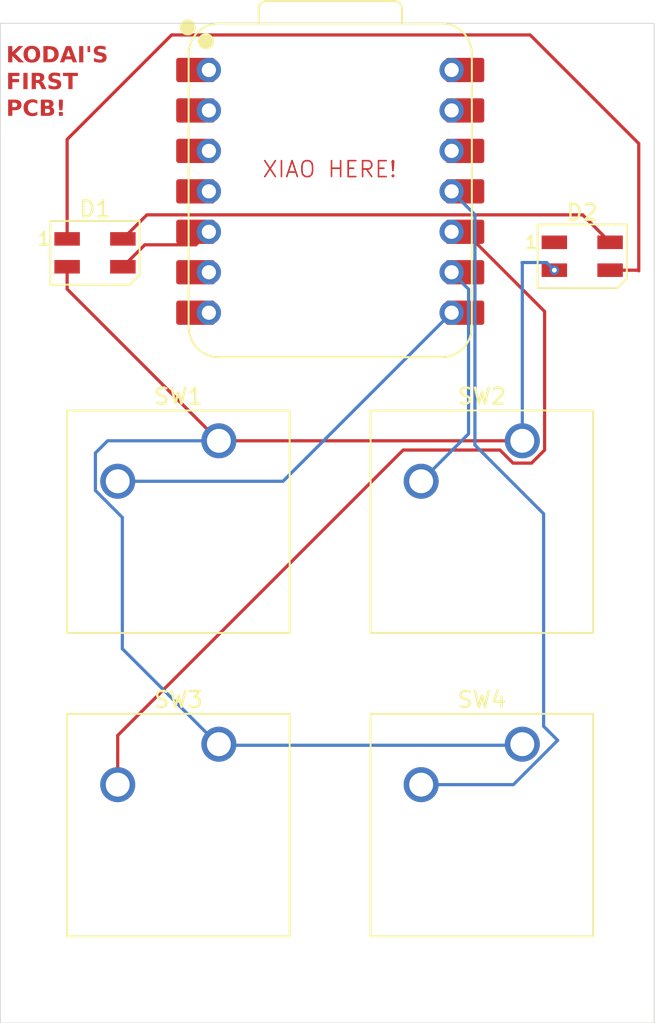
<source format=kicad_pcb>
(kicad_pcb (version 20241229) (generator "pcbnew") (generator_version "9.0")
  (layers (0 "F.Cu" signal) (2 "B.Cu" signal) (13 "F.Paste" user) (15 "B.Paste" user) (5 "F.SilkS" user "F.Silkscreen") (7 "B.SilkS" user "B.Silkscreen") (1 "F.Mask" user) (3 "B.Mask" user) (25 "Edge.Cuts" user))
  (net 0 "")
  (net 1 "+5V")
  (net 2 "Net-(D1-DIN)")
  (net 3 "GND")
  (net 4 "Net-(D1-DOUT)")
  (net 6 "Net-(U2-GPIO1{slash}RX)")
  (net 7 "Net-(U2-GPIO2{slash}SCK)")
  (net 8 "Net-(U2-GPIO4{slash}MISO)")
  (net 9 "Net-(U2-GPIO3{slash}MOSI)")
  (footprint "Button_Switch_Keyboard:SW_Cherry_MX_1.00u_PCB" (layer "F.Cu") (at 93.0275 59.21375)
    (property "Reference" "SW1" (at -2.54 -2.794 0) (layer "F.SilkS"))
    (property "Value" "SW_Push")
    (fp_line (start -9.525 -1.905) (end 4.445 -1.905) (stroke (width 0.12)) (layer "F.SilkS"))
    (fp_line (start -9.525 12.065) (end -9.525 -1.905) (stroke (width 0.12)) (layer "F.SilkS"))
    (fp_line (start 4.445 -1.905) (end 4.445 12.065) (stroke (width 0.12)) (layer "F.SilkS"))
    (fp_line (start 4.445 12.065) (end -9.525 12.065) (stroke (width 0.12)) (layer "F.SilkS"))
    (pad "" np_thru_hole circle (at -7.62 5.08) (size 1.7 1.7) (drill 1.7) (layers "*.Cu" "*.Mask"))
    (pad "" np_thru_hole circle (at -2.54 5.08) (size 4 4) (drill 4) (layers "*.Cu" "*.Mask"))
    (pad "" np_thru_hole circle (at 2.54 5.08) (size 1.7 1.7) (drill 1.7) (layers "*.Cu" "*.Mask"))
    (pad "1" thru_hole circle (at 0 0) (size 2.2 2.2) (drill 1.5) (layers "*.Cu" "*.Mask") (net 3 "GND"))
    (pad "2" thru_hole circle (at -6.35 2.54) (size 2.2 2.2) (drill 1.5) (layers "*.Cu" "*.Mask") (net 6 "Net-(U2-GPIO1{slash}RX)"))
  )
  (footprint "LED_SMD:LED_SK6812MINI_PLCC4_3.5x3.5mm_P1.75mm" (layer "F.Cu") (at 115.84 47.625)
    (property "Reference" "D2" (at 0 -2.75 0) (layer "F.SilkS"))
    (property "Value" "SK6812MINI")
    (fp_line (start -2.8 -2) (end -2.8 2) (stroke (width 0.12)) (layer "F.SilkS"))
    (fp_line (start -2.8 -2) (end 2.8 -2) (stroke (width 0.12)) (layer "F.SilkS"))
    (fp_line (start -2.8 2) (end 2.2 2) (stroke (width 0.12)) (layer "F.SilkS"))
    (fp_line (start 2.8 1.4) (end 2.2 2) (stroke (width 0.12)) (layer "F.SilkS"))
    (fp_line (start 2.8 1.4) (end 2.8 -2) (stroke (width 0.12)) (layer "F.SilkS"))
    (fp_text user "1" (at -3.2 -0.875 0) (layer "F.SilkS") (effects (font (size 0.8 0.8))))
    (pad "1" smd rect (at -1.75 -0.875) (size 1.6 0.85) (layers "F.Cu" "F.Mask" "F.Paste"))
    (pad "2" smd rect (at -1.75 0.875) (size 1.6 0.85) (layers "F.Cu" "F.Mask" "F.Paste") (net 3 "GND"))
    (pad "3" smd rect (at 1.75 0.875) (size 1.6 0.85) (layers "F.Cu" "F.Mask" "F.Paste") (net 4 "Net-(D1-DOUT)"))
    (pad "4" smd rect (at 1.75 -0.875) (size 1.6 0.85) (layers "F.Cu" "F.Mask" "F.Paste") (net 1 "+5V"))
  )
  (footprint "LED_SMD:LED_SK6812MINI_PLCC4_3.5x3.5mm_P1.75mm" (layer "F.Cu") (at 85.25 47.41)
    (property "Reference" "D1" (at 0 -2.75 0) (layer "F.SilkS"))
    (property "Value" "SK6812MINI")
    (fp_line (start -2.8 -2) (end -2.8 2) (stroke (width 0.12)) (layer "F.SilkS"))
    (fp_line (start -2.8 -2) (end 2.8 -2) (stroke (width 0.12)) (layer "F.SilkS"))
    (fp_line (start -2.8 2) (end 2.2 2) (stroke (width 0.12)) (layer "F.SilkS"))
    (fp_line (start 2.8 1.4) (end 2.2 2) (stroke (width 0.12)) (layer "F.SilkS"))
    (fp_line (start 2.8 1.4) (end 2.8 -2) (stroke (width 0.12)) (layer "F.SilkS"))
    (fp_text user "1" (at -3.2 -0.875 0) (layer "F.SilkS") (effects (font (size 0.8 0.8))))
    (pad "1" smd rect (at -1.75 -0.875) (size 1.6 0.85) (layers "F.Cu" "F.Mask" "F.Paste") (net 4 "Net-(D1-DOUT)"))
    (pad "2" smd rect (at -1.75 0.875) (size 1.6 0.85) (layers "F.Cu" "F.Mask" "F.Paste") (net 3 "GND"))
    (pad "3" smd rect (at 1.75 0.875) (size 1.6 0.85) (layers "F.Cu" "F.Mask" "F.Paste") (net 2 "Net-(D1-DIN)"))
    (pad "4" smd rect (at 1.75 -0.875) (size 1.6 0.85) (layers "F.Cu" "F.Mask" "F.Paste") (net 1 "+5V"))
  )
  (footprint "OPL Footprint Library:XIAO-RP2040-DIP" (layer "F.Cu") (at 100.02 43.55)
    (property "Reference" "U2" (hide yes))
    (property "Value" "XIAO-RP2040-DIP")
    (fp_line (start -8.89 8.509) (end -8.89 -8.636) (stroke (width 0.127)) (layer "F.SilkS"))
    (fp_line (start -6.985 10.414) (end 6.985 10.414) (stroke (width 0.127)) (layer "F.SilkS"))
    (fp_line (start -4.495 -10.541) (end -4.491272 -11.451272) (stroke (width 0.127)) (layer "F.SilkS"))
    (fp_line (start -3.991272 -11.951) (end 4.004 -11.951) (stroke (width 0.127)) (layer "F.SilkS"))
    (fp_line (start 4.504 -11.451) (end 4.504 -10.541) (stroke (width 0.127)) (layer "F.SilkS"))
    (fp_line (start 6.985 -10.541) (end -6.985 -10.541) (stroke (width 0.1)) (layer "F.SilkS"))
    (fp_line (start 6.985 -10.541) (end -6.985 -10.541) (stroke (width 0.127)) (layer "F.SilkS"))
    (fp_line (start 8.89 8.509) (end 8.89 -8.636) (stroke (width 0.127)) (layer "F.SilkS"))
    (fp_arc (start -8.89 -8.636) (mid -8.332038 -9.983038) (end -6.985 -10.541) (stroke (width 0.127)) (layer "F.SilkS"))
    (fp_arc (start -6.985 10.414) (mid -8.332038 9.856038) (end -8.89 8.509) (stroke (width 0.127)) (layer "F.SilkS"))
    (fp_arc (start -4.491272 -11.451272) (mid -4.344728 -11.80464) (end -3.991272 -11.951) (stroke (width 0.127)) (layer "F.SilkS"))
    (fp_arc (start 4.004 -11.951) (mid 4.357553 -11.804553) (end 4.504 -11.451) (stroke (width 0.127)) (layer "F.SilkS"))
    (fp_arc (start 6.985 -10.541) (mid 8.332038 -9.983038) (end 8.89 -8.636) (stroke (width 0.127)) (layer "F.SilkS"))
    (fp_arc (start 8.89 8.509) (mid 8.332038 9.856038) (end 6.985 10.414) (stroke (width 0.127)) (layer "F.SilkS"))
    (fp_circle (center -8.95 -10.3) (end -8.95 -10.554) (stroke (width 0.5)) (fill yes) (layer "F.SilkS"))
    (fp_circle (center -7.807 -9.42) (end -7.807 -9.674) (stroke (width 0.5)) (fill yes) (layer "F.SilkS"))
    (pad "1" smd roundrect (at -8.455 -7.62 180) (size 2.432 1.524) (layers "F.Cu" "F.Mask") (roundrect_rratio 0.1))
    (pad "1" thru_hole circle (at -7.62 -7.62 180) (size 1.524 1.524) (drill 0.889) (layers "*.Cu" "*.Mask"))
    (pad "2" smd roundrect (at -8.455 -5.08 180) (size 2.432 1.524) (layers "F.Cu" "F.Mask") (roundrect_rratio 0.1))
    (pad "2" thru_hole circle (at -7.62 -5.08 180) (size 1.524 1.524) (drill 0.889) (layers "*.Cu" "*.Mask"))
    (pad "3" smd roundrect (at -8.455 -2.54 180) (size 2.432 1.524) (layers "F.Cu" "F.Mask") (roundrect_rratio 0.1))
    (pad "3" thru_hole circle (at -7.62 -2.54 180) (size 1.524 1.524) (drill 0.889) (layers "*.Cu" "*.Mask"))
    (pad "4" smd roundrect (at -8.455 0 180) (size 2.432 1.524) (layers "F.Cu" "F.Mask") (roundrect_rratio 0.1))
    (pad "4" thru_hole circle (at -7.62 0 180) (size 1.524 1.524) (drill 0.889) (layers "*.Cu" "*.Mask"))
    (pad "5" smd roundrect (at -8.455 2.54 180) (size 2.432 1.524) (layers "F.Cu" "F.Mask") (roundrect_rratio 0.1) (net 2 "Net-(D1-DIN)"))
    (pad "5" thru_hole circle (at -7.62 2.54 180) (size 1.524 1.524) (drill 0.889) (layers "*.Cu" "*.Mask") (net 2 "Net-(D1-DIN)"))
    (pad "6" smd roundrect (at -8.455 5.08 180) (size 2.432 1.524) (layers "F.Cu" "F.Mask") (roundrect_rratio 0.1))
    (pad "6" thru_hole circle (at -7.62 5.08 180) (size 1.524 1.524) (drill 0.889) (layers "*.Cu" "*.Mask"))
    (pad "7" smd roundrect (at -8.455 7.62 180) (size 2.432 1.524) (layers "F.Cu" "F.Mask") (roundrect_rratio 0.1))
    (pad "7" thru_hole circle (at -7.62 7.62 180) (size 1.524 1.524) (drill 0.889) (layers "*.Cu" "*.Mask"))
    (pad "8" thru_hole circle (at 7.62 7.62) (size 1.524 1.524) (drill 0.889) (layers "*.Cu" "*.Mask") (net 6 "Net-(U2-GPIO1{slash}RX)"))
    (pad "8" smd roundrect (at 8.455 7.62) (size 2.432 1.524) (layers "F.Cu" "F.Mask") (roundrect_rratio 0.1) (net 6 "Net-(U2-GPIO1{slash}RX)"))
    (pad "9" thru_hole circle (at 7.62 5.08) (size 1.524 1.524) (drill 0.889) (layers "*.Cu" "*.Mask") (net 7 "Net-(U2-GPIO2{slash}SCK)"))
    (pad "9" smd roundrect (at 8.455 5.08) (size 2.432 1.524) (layers "F.Cu" "F.Mask") (roundrect_rratio 0.1) (net 7 "Net-(U2-GPIO2{slash}SCK)"))
    (pad "10" thru_hole circle (at 7.62 2.54) (size 1.524 1.524) (drill 0.889) (layers "*.Cu" "*.Mask") (net 8 "Net-(U2-GPIO4{slash}MISO)"))
    (pad "10" smd roundrect (at 8.455 2.54) (size 2.432 1.524) (layers "F.Cu" "F.Mask") (roundrect_rratio 0.1) (net 8 "Net-(U2-GPIO4{slash}MISO)"))
    (pad "11" thru_hole circle (at 7.62 0) (size 1.524 1.524) (drill 0.889) (layers "*.Cu" "*.Mask") (net 9 "Net-(U2-GPIO3{slash}MOSI)"))
    (pad "11" smd roundrect (at 8.455 0) (size 2.432 1.524) (layers "F.Cu" "F.Mask") (roundrect_rratio 0.1) (net 9 "Net-(U2-GPIO3{slash}MOSI)"))
    (pad "12" thru_hole circle (at 7.62 -2.54) (size 1.524 1.524) (drill 0.889) (layers "*.Cu" "*.Mask"))
    (pad "12" smd roundrect (at 8.455 -2.54) (size 2.432 1.524) (layers "F.Cu" "F.Mask") (roundrect_rratio 0.1))
    (pad "13" thru_hole circle (at 7.62 -5.08) (size 1.524 1.524) (drill 0.889) (layers "*.Cu" "*.Mask"))
    (pad "13" smd roundrect (at 8.455 -5.08) (size 2.432 1.524) (layers "F.Cu" "F.Mask") (roundrect_rratio 0.1))
    (pad "14" thru_hole circle (at 7.62 -7.62) (size 1.524 1.524) (drill 0.889) (layers "*.Cu" "*.Mask"))
    (pad "14" smd roundrect (at 8.455 -7.62) (size 2.432 1.524) (layers "F.Cu" "F.Mask") (roundrect_rratio 0.1))
  )
  (footprint "Button_Switch_Keyboard:SW_Cherry_MX_1.00u_PCB" (layer "F.Cu") (at 112.0775 78.26375)
    (property "Reference" "SW4" (at -2.54 -2.794 0) (layer "F.SilkS"))
    (property "Value" "SW_Push")
    (fp_line (start -9.525 -1.905) (end 4.445 -1.905) (stroke (width 0.12)) (layer "F.SilkS"))
    (fp_line (start -9.525 12.065) (end -9.525 -1.905) (stroke (width 0.12)) (layer "F.SilkS"))
    (fp_line (start 4.445 -1.905) (end 4.445 12.065) (stroke (width 0.12)) (layer "F.SilkS"))
    (fp_line (start 4.445 12.065) (end -9.525 12.065) (stroke (width 0.12)) (layer "F.SilkS"))
    (pad "" np_thru_hole circle (at -7.62 5.08) (size 1.7 1.7) (drill 1.7) (layers "*.Cu" "*.Mask"))
    (pad "" np_thru_hole circle (at -2.54 5.08) (size 4 4) (drill 4) (layers "*.Cu" "*.Mask"))
    (pad "" np_thru_hole circle (at 2.54 5.08) (size 1.7 1.7) (drill 1.7) (layers "*.Cu" "*.Mask"))
    (pad "1" thru_hole circle (at 0 0) (size 2.2 2.2) (drill 1.5) (layers "*.Cu" "*.Mask") (net 3 "GND"))
    (pad "2" thru_hole circle (at -6.35 2.54) (size 2.2 2.2) (drill 1.5) (layers "*.Cu" "*.Mask") (net 9 "Net-(U2-GPIO3{slash}MOSI)"))
  )
  (footprint "Button_Switch_Keyboard:SW_Cherry_MX_1.00u_PCB" (layer "F.Cu") (at 93.0275 78.26375)
    (property "Reference" "SW3" (at -2.54 -2.794 0) (layer "F.SilkS"))
    (property "Value" "SW_Push")
    (fp_line (start -9.525 -1.905) (end 4.445 -1.905) (stroke (width 0.12)) (layer "F.SilkS"))
    (fp_line (start -9.525 12.065) (end -9.525 -1.905) (stroke (width 0.12)) (layer "F.SilkS"))
    (fp_line (start 4.445 -1.905) (end 4.445 12.065) (stroke (width 0.12)) (layer "F.SilkS"))
    (fp_line (start 4.445 12.065) (end -9.525 12.065) (stroke (width 0.12)) (layer "F.SilkS"))
    (pad "" np_thru_hole circle (at -7.62 5.08) (size 1.7 1.7) (drill 1.7) (layers "*.Cu" "*.Mask"))
    (pad "" np_thru_hole circle (at -2.54 5.08) (size 4 4) (drill 4) (layers "*.Cu" "*.Mask"))
    (pad "" np_thru_hole circle (at 2.54 5.08) (size 1.7 1.7) (drill 1.7) (layers "*.Cu" "*.Mask"))
    (pad "1" thru_hole circle (at 0 0) (size 2.2 2.2) (drill 1.5) (layers "*.Cu" "*.Mask") (net 3 "GND"))
    (pad "2" thru_hole circle (at -6.35 2.54) (size 2.2 2.2) (drill 1.5) (layers "*.Cu" "*.Mask") (net 8 "Net-(U2-GPIO4{slash}MISO)"))
  )
  (footprint "Button_Switch_Keyboard:SW_Cherry_MX_1.00u_PCB" (layer "F.Cu") (at 112.0775 59.21375)
    (property "Reference" "SW2" (at -2.54 -2.794 0) (layer "F.SilkS"))
    (property "Value" "SW_Push")
    (fp_line (start -9.525 -1.905) (end 4.445 -1.905) (stroke (width 0.12)) (layer "F.SilkS"))
    (fp_line (start -9.525 12.065) (end -9.525 -1.905) (stroke (width 0.12)) (layer "F.SilkS"))
    (fp_line (start 4.445 -1.905) (end 4.445 12.065) (stroke (width 0.12)) (layer "F.SilkS"))
    (fp_line (start 4.445 12.065) (end -9.525 12.065) (stroke (width 0.12)) (layer "F.SilkS"))
    (pad "" np_thru_hole circle (at -7.62 5.08) (size 1.7 1.7) (drill 1.7) (layers "*.Cu" "*.Mask"))
    (pad "" np_thru_hole circle (at -2.54 5.08) (size 4 4) (drill 4) (layers "*.Cu" "*.Mask"))
    (pad "" np_thru_hole circle (at 2.54 5.08) (size 1.7 1.7) (drill 1.7) (layers "*.Cu" "*.Mask"))
    (pad "1" thru_hole circle (at 0 0) (size 2.2 2.2) (drill 1.5) (layers "*.Cu" "*.Mask") (net 3 "GND"))
    (pad "2" thru_hole circle (at -6.35 2.54) (size 2.2 2.2) (drill 1.5) (layers "*.Cu" "*.Mask") (net 7 "Net-(U2-GPIO2{slash}SCK)"))
  )
  (gr_rect (start 79.31125 32.9995) (end 120.35375 95.77) (stroke (width 0.05)) (fill no) (layer "Edge.Cuts"))
  (gr_text "XIAO HERE!" (at 95.7 42.75 0) (layer "F.Cu") (effects (font (size 1 1) (thickness 0.1)) (justify left bottom)))
  (gr_text "KODAI'S\nFIRST\nPCB!" (at 79.67 38.98 0) (layer "F.Cu") (effects (font (size 1 1) (thickness 0.2) (bold yes)) (justify left bottom)))
  (segment (start 88.508 45.027) (end 115.867 45.027) (width 0.2) (layer "F.Cu") (net 1))
  (segment (start 87 46.535) (end 88.508 45.027) (width 0.2) (layer "F.Cu") (net 1))
  (segment (start 115.867 45.027) (end 117.59 46.75) (width 0.2) (layer "F.Cu") (net 1))
  (segment (start 91.5825 46.9075) (end 92.4 46.09) (width 0.2) (layer "F.Cu") (net 2))
  (segment (start 87 48.285) (end 88.3775 46.9075) (width 0.2) (layer "F.Cu") (net 2))
  (segment (start 88.3775 46.9075) (end 91.5825 46.9075) (width 0.2) (layer "F.Cu") (net 2))
  (segment (start 83.5 49.68625) (end 93.0275 59.21375) (width 0.2) (layer "F.Cu") (net 3))
  (segment (start 93.0275 59.21375) (end 112.0775 59.21375) (width 0.2) (layer "F.Cu") (net 3))
  (segment (start 83.5 48.285) (end 83.5 49.68625) (width 0.2) (layer "F.Cu") (net 3))
  (via (at 114.09 48.5) (size 0.6) (drill 0.3) (layers "F.Cu" "B.Cu") (net 3))
  (segment (start 112.01125 78.33) (end 112.0775 78.26375) (width 0.2) (layer "B.Cu") (net 3))
  (segment (start 113.61 48.02) (end 114.09 48.5) (width 0.2) (layer "B.Cu") (net 3))
  (segment (start 85.2765 59.97975) (end 86.0425 59.21375) (width 0.2) (layer "B.Cu") (net 3))
  (segment (start 93.0275 78.33) (end 112.01125 78.33) (width 0.2) (layer "B.Cu") (net 3))
  (segment (start 85.2765 62.334064) (end 85.2765 59.97975) (width 0.2) (layer "B.Cu") (net 3))
  (segment (start 93.0275 78.33) (end 86.96725 72.26975) (width 0.2) (layer "B.Cu") (net 3))
  (segment (start 86.96725 64.024814) (end 85.2765 62.334064) (width 0.2) (layer "B.Cu") (net 3))
  (segment (start 86.96725 72.26975) (end 86.96725 64.024814) (width 0.2) (layer "B.Cu") (net 3))
  (segment (start 86.0425 59.21375) (end 93.0275 59.21375) (width 0.2) (layer "B.Cu") (net 3))
  (segment (start 112.0775 59.21375) (end 112.0775 48.0375) (width 0.2) (layer "B.Cu") (net 3))
  (segment (start 112.06 48.02) (end 113.61 48.02) (width 0.2) (layer "B.Cu") (net 3))
  (segment (start 112.0775 48.0375) (end 112.06 48.02) (width 0.2) (layer "B.Cu") (net 3))
  (segment (start 119.39 40.55) (end 119.39 48.54) (width 0.2) (layer "F.Cu") (net 4))
  (segment (start 90.06 33.73) (end 112.57 33.73) (width 0.2) (layer "F.Cu") (net 4))
  (segment (start 83.5 46.535) (end 83.5 40.29) (width 0.2) (layer "F.Cu") (net 4))
  (segment (start 119.39 48.54) (end 119.35 48.5) (width 0.2) (layer "F.Cu") (net 4))
  (segment (start 119.35 48.5) (end 117.59 48.5) (width 0.2) (layer "F.Cu") (net 4))
  (segment (start 112.57 33.73) (end 119.39 40.55) (width 0.2) (layer "F.Cu") (net 4))
  (segment (start 83.5 40.29) (end 90.06 33.73) (width 0.2) (layer "F.Cu") (net 4))
  (segment (start 97.05625 61.75375) (end 107.64 51.17) (width 0.2) (layer "B.Cu") (net 6))
  (segment (start 86.6775 61.75375) (end 97.05625 61.75375) (width 0.2) (layer "B.Cu") (net 6))
  (segment (start 108.703 58.77825) (end 108.703 49.693) (width 0.2) (layer "B.Cu") (net 7))
  (segment (start 105.7275 61.75375) (end 108.703 58.77825) (width 0.2) (layer "B.Cu") (net 7))
  (segment (start 108.703 49.693) (end 107.64 48.63) (width 0.2) (layer "B.Cu") (net 7))
  (segment (start 86.6775 77.71225) (end 104.595686 59.794064) (width 0.2) (layer "F.Cu") (net 8))
  (segment (start 112.657814 60.61475) (end 113.4785 59.794064) (width 0.2) (layer "F.Cu") (net 8))
  (segment (start 86.6775 80.87) (end 86.6775 77.71225) (width 0.2) (layer "F.Cu") (net 8))
  (segment (start 110.6765 59.794064) (end 111.497186 60.61475) (width 0.2) (layer "F.Cu") (net 8))
  (segment (start 111.497186 60.61475) (end 112.657814 60.61475) (width 0.2) (layer "F.Cu") (net 8))
  (segment (start 113.4785 59.794064) (end 113.4785 51.0935) (width 0.2) (layer "F.Cu") (net 8))
  (segment (start 104.595686 59.794064) (end 110.6765 59.794064) (width 0.2) (layer "F.Cu") (net 8))
  (segment (start 113.4785 51.0935) (end 108.475 46.09) (width 0.2) (layer "F.Cu") (net 8))
  (segment (start 114.3 78.022564) (end 113.4165 77.139064) (width 0.2) (layer "B.Cu") (net 9))
  (segment (start 109.104 59.48378) (end 109.104 45.014) (width 0.2) (layer "B.Cu") (net 9))
  (segment (start 109.104 45.014) (end 107.64 43.55) (width 0.2) (layer "B.Cu") (net 9))
  (segment (start 111.518814 80.80375) (end 114.3 78.022564) (width 0.2) (layer "B.Cu") (net 9))
  (segment (start 113.4165 63.79628) (end 109.104 59.48378) (width 0.2) (layer "B.Cu") (net 9))
  (segment (start 113.4165 77.139064) (end 113.4165 63.79628) (width 0.2) (layer "B.Cu") (net 9))
  (segment (start 105.7275 80.80375) (end 111.518814 80.80375) (width 0.2) (layer "B.Cu") (net 9))
)
</source>
